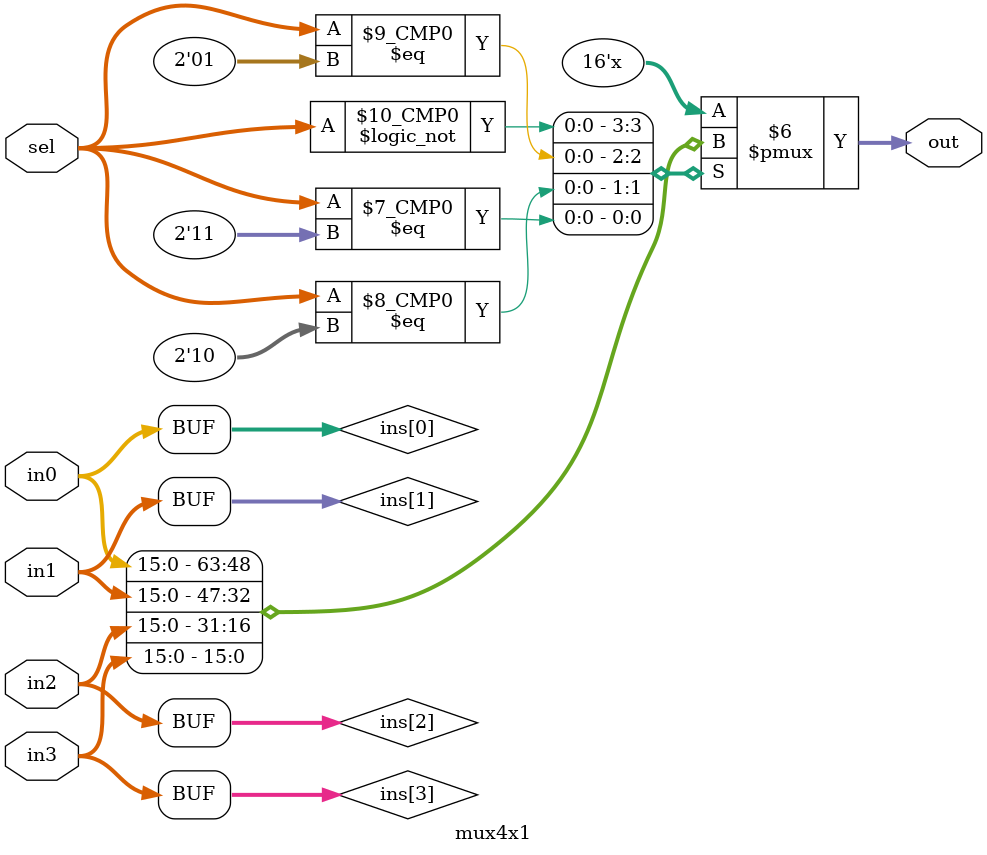
<source format=v>

module mux4x1 #
(
  parameter WIDTH = 16
)
(
  input [2-1:0] sel,
  input [WIDTH-1:0] in0,
  input [WIDTH-1:0] in1,
  input [WIDTH-1:0] in2,
  input [WIDTH-1:0] in3,
  output [WIDTH-1:0] out
);

  wire [WIDTH-1:0] ins [0:4-1];
  assign ins[0] = in0;
  assign ins[1] = in1;
  assign ins[2] = in2;
  assign ins[3] = in3;
  assign out = ins[sel];

endmodule

</source>
